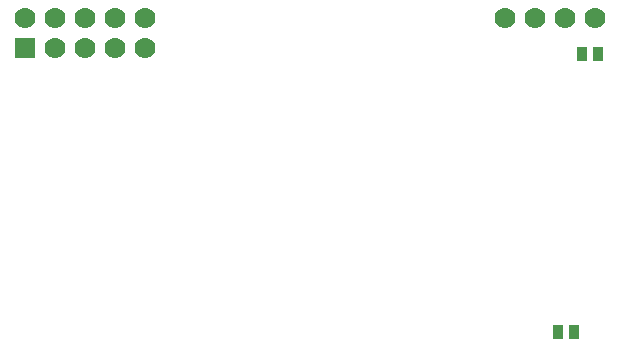
<source format=gbr>
G04 #@! TF.FileFunction,Paste,Bot*
%FSLAX46Y46*%
G04 Gerber Fmt 4.6, Leading zero omitted, Abs format (unit mm)*
G04 Created by KiCad (PCBNEW 4.0.7) date 12/12/18 10:49:55*
%MOMM*%
%LPD*%
G01*
G04 APERTURE LIST*
%ADD10C,0.100000*%
%ADD11R,1.778000X1.778000*%
%ADD12C,1.778000*%
%ADD13R,0.970000X1.270000*%
G04 APERTURE END LIST*
D10*
D11*
X156870400Y-79773780D03*
D12*
X156870400Y-77233780D03*
X159410400Y-79773780D03*
X159410400Y-77233780D03*
X161950400Y-79773780D03*
X161950400Y-77233780D03*
X164490400Y-79773780D03*
X164490400Y-77233780D03*
X167030400Y-79773780D03*
X167030400Y-77233780D03*
X197510400Y-77233780D03*
X200050400Y-77233780D03*
X202590400Y-77233780D03*
X205130400Y-77233780D03*
D13*
X202013900Y-103822500D03*
X203293900Y-103822500D03*
X204045900Y-80264000D03*
X205325900Y-80264000D03*
M02*

</source>
